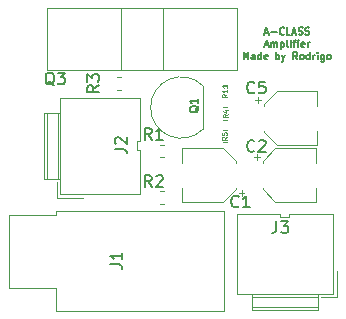
<source format=gbr>
G04 #@! TF.GenerationSoftware,KiCad,Pcbnew,(5.1.0)-1*
G04 #@! TF.CreationDate,2020-12-02T22:17:39+02:00*
G04 #@! TF.ProjectId,Single_transistor_AMP,53696e67-6c65-45f7-9472-616e73697374,V1.0*
G04 #@! TF.SameCoordinates,Original*
G04 #@! TF.FileFunction,Legend,Top*
G04 #@! TF.FilePolarity,Positive*
%FSLAX46Y46*%
G04 Gerber Fmt 4.6, Leading zero omitted, Abs format (unit mm)*
G04 Created by KiCad (PCBNEW (5.1.0)-1) date 2020-12-02 22:17:39*
%MOMM*%
%LPD*%
G04 APERTURE LIST*
%ADD10C,0.150000*%
%ADD11C,0.120000*%
%ADD12C,0.100000*%
%ADD13C,0.075000*%
G04 APERTURE END LIST*
D10*
X118954785Y-111254500D02*
X119240500Y-111254500D01*
X118897642Y-111425928D02*
X119097642Y-110825928D01*
X119297642Y-111425928D01*
X119497642Y-111197357D02*
X119954785Y-111197357D01*
X120583357Y-111368785D02*
X120554785Y-111397357D01*
X120469071Y-111425928D01*
X120411928Y-111425928D01*
X120326214Y-111397357D01*
X120269071Y-111340214D01*
X120240500Y-111283071D01*
X120211928Y-111168785D01*
X120211928Y-111083071D01*
X120240500Y-110968785D01*
X120269071Y-110911642D01*
X120326214Y-110854500D01*
X120411928Y-110825928D01*
X120469071Y-110825928D01*
X120554785Y-110854500D01*
X120583357Y-110883071D01*
X121126214Y-111425928D02*
X120840500Y-111425928D01*
X120840500Y-110825928D01*
X121297642Y-111254500D02*
X121583357Y-111254500D01*
X121240500Y-111425928D02*
X121440500Y-110825928D01*
X121640500Y-111425928D01*
X121811928Y-111397357D02*
X121897642Y-111425928D01*
X122040500Y-111425928D01*
X122097642Y-111397357D01*
X122126214Y-111368785D01*
X122154785Y-111311642D01*
X122154785Y-111254500D01*
X122126214Y-111197357D01*
X122097642Y-111168785D01*
X122040500Y-111140214D01*
X121926214Y-111111642D01*
X121869071Y-111083071D01*
X121840500Y-111054500D01*
X121811928Y-110997357D01*
X121811928Y-110940214D01*
X121840500Y-110883071D01*
X121869071Y-110854500D01*
X121926214Y-110825928D01*
X122069071Y-110825928D01*
X122154785Y-110854500D01*
X122383357Y-111397357D02*
X122469071Y-111425928D01*
X122611928Y-111425928D01*
X122669071Y-111397357D01*
X122697642Y-111368785D01*
X122726214Y-111311642D01*
X122726214Y-111254500D01*
X122697642Y-111197357D01*
X122669071Y-111168785D01*
X122611928Y-111140214D01*
X122497642Y-111111642D01*
X122440500Y-111083071D01*
X122411928Y-111054500D01*
X122383357Y-110997357D01*
X122383357Y-110940214D01*
X122411928Y-110883071D01*
X122440500Y-110854500D01*
X122497642Y-110825928D01*
X122640500Y-110825928D01*
X122726214Y-110854500D01*
X118969071Y-112304500D02*
X119254785Y-112304500D01*
X118911928Y-112475928D02*
X119111928Y-111875928D01*
X119311928Y-112475928D01*
X119511928Y-112475928D02*
X119511928Y-112075928D01*
X119511928Y-112133071D02*
X119540500Y-112104500D01*
X119597642Y-112075928D01*
X119683357Y-112075928D01*
X119740500Y-112104500D01*
X119769071Y-112161642D01*
X119769071Y-112475928D01*
X119769071Y-112161642D02*
X119797642Y-112104500D01*
X119854785Y-112075928D01*
X119940500Y-112075928D01*
X119997642Y-112104500D01*
X120026214Y-112161642D01*
X120026214Y-112475928D01*
X120311928Y-112075928D02*
X120311928Y-112675928D01*
X120311928Y-112104500D02*
X120369071Y-112075928D01*
X120483357Y-112075928D01*
X120540500Y-112104500D01*
X120569071Y-112133071D01*
X120597642Y-112190214D01*
X120597642Y-112361642D01*
X120569071Y-112418785D01*
X120540500Y-112447357D01*
X120483357Y-112475928D01*
X120369071Y-112475928D01*
X120311928Y-112447357D01*
X120940500Y-112475928D02*
X120883357Y-112447357D01*
X120854785Y-112390214D01*
X120854785Y-111875928D01*
X121169071Y-112475928D02*
X121169071Y-112075928D01*
X121169071Y-111875928D02*
X121140500Y-111904500D01*
X121169071Y-111933071D01*
X121197642Y-111904500D01*
X121169071Y-111875928D01*
X121169071Y-111933071D01*
X121369071Y-112075928D02*
X121597642Y-112075928D01*
X121454785Y-112475928D02*
X121454785Y-111961642D01*
X121483357Y-111904500D01*
X121540500Y-111875928D01*
X121597642Y-111875928D01*
X121797642Y-112475928D02*
X121797642Y-112075928D01*
X121797642Y-111875928D02*
X121769071Y-111904500D01*
X121797642Y-111933071D01*
X121826214Y-111904500D01*
X121797642Y-111875928D01*
X121797642Y-111933071D01*
X122311928Y-112447357D02*
X122254785Y-112475928D01*
X122140500Y-112475928D01*
X122083357Y-112447357D01*
X122054785Y-112390214D01*
X122054785Y-112161642D01*
X122083357Y-112104500D01*
X122140500Y-112075928D01*
X122254785Y-112075928D01*
X122311928Y-112104500D01*
X122340500Y-112161642D01*
X122340500Y-112218785D01*
X122054785Y-112275928D01*
X122597642Y-112475928D02*
X122597642Y-112075928D01*
X122597642Y-112190214D02*
X122626214Y-112133071D01*
X122654785Y-112104500D01*
X122711928Y-112075928D01*
X122769071Y-112075928D01*
X117169071Y-113525928D02*
X117169071Y-112925928D01*
X117369071Y-113354500D01*
X117569071Y-112925928D01*
X117569071Y-113525928D01*
X118111928Y-113525928D02*
X118111928Y-113211642D01*
X118083357Y-113154500D01*
X118026214Y-113125928D01*
X117911928Y-113125928D01*
X117854785Y-113154500D01*
X118111928Y-113497357D02*
X118054785Y-113525928D01*
X117911928Y-113525928D01*
X117854785Y-113497357D01*
X117826214Y-113440214D01*
X117826214Y-113383071D01*
X117854785Y-113325928D01*
X117911928Y-113297357D01*
X118054785Y-113297357D01*
X118111928Y-113268785D01*
X118654785Y-113525928D02*
X118654785Y-112925928D01*
X118654785Y-113497357D02*
X118597642Y-113525928D01*
X118483357Y-113525928D01*
X118426214Y-113497357D01*
X118397642Y-113468785D01*
X118369071Y-113411642D01*
X118369071Y-113240214D01*
X118397642Y-113183071D01*
X118426214Y-113154500D01*
X118483357Y-113125928D01*
X118597642Y-113125928D01*
X118654785Y-113154500D01*
X119169071Y-113497357D02*
X119111928Y-113525928D01*
X118997642Y-113525928D01*
X118940500Y-113497357D01*
X118911928Y-113440214D01*
X118911928Y-113211642D01*
X118940500Y-113154500D01*
X118997642Y-113125928D01*
X119111928Y-113125928D01*
X119169071Y-113154500D01*
X119197642Y-113211642D01*
X119197642Y-113268785D01*
X118911928Y-113325928D01*
X119911928Y-113525928D02*
X119911928Y-112925928D01*
X119911928Y-113154500D02*
X119969071Y-113125928D01*
X120083357Y-113125928D01*
X120140500Y-113154500D01*
X120169071Y-113183071D01*
X120197642Y-113240214D01*
X120197642Y-113411642D01*
X120169071Y-113468785D01*
X120140500Y-113497357D01*
X120083357Y-113525928D01*
X119969071Y-113525928D01*
X119911928Y-113497357D01*
X120397642Y-113125928D02*
X120540500Y-113525928D01*
X120683357Y-113125928D02*
X120540500Y-113525928D01*
X120483357Y-113668785D01*
X120454785Y-113697357D01*
X120397642Y-113725928D01*
X121711928Y-113525928D02*
X121511928Y-113240214D01*
X121369071Y-113525928D02*
X121369071Y-112925928D01*
X121597642Y-112925928D01*
X121654785Y-112954500D01*
X121683357Y-112983071D01*
X121711928Y-113040214D01*
X121711928Y-113125928D01*
X121683357Y-113183071D01*
X121654785Y-113211642D01*
X121597642Y-113240214D01*
X121369071Y-113240214D01*
X122054785Y-113525928D02*
X121997642Y-113497357D01*
X121969071Y-113468785D01*
X121940500Y-113411642D01*
X121940500Y-113240214D01*
X121969071Y-113183071D01*
X121997642Y-113154500D01*
X122054785Y-113125928D01*
X122140500Y-113125928D01*
X122197642Y-113154500D01*
X122226214Y-113183071D01*
X122254785Y-113240214D01*
X122254785Y-113411642D01*
X122226214Y-113468785D01*
X122197642Y-113497357D01*
X122140500Y-113525928D01*
X122054785Y-113525928D01*
X122769071Y-113525928D02*
X122769071Y-112925928D01*
X122769071Y-113497357D02*
X122711928Y-113525928D01*
X122597642Y-113525928D01*
X122540500Y-113497357D01*
X122511928Y-113468785D01*
X122483357Y-113411642D01*
X122483357Y-113240214D01*
X122511928Y-113183071D01*
X122540500Y-113154500D01*
X122597642Y-113125928D01*
X122711928Y-113125928D01*
X122769071Y-113154500D01*
X123054785Y-113525928D02*
X123054785Y-113125928D01*
X123054785Y-113240214D02*
X123083357Y-113183071D01*
X123111928Y-113154500D01*
X123169071Y-113125928D01*
X123226214Y-113125928D01*
X123426214Y-113525928D02*
X123426214Y-113125928D01*
X123426214Y-112925928D02*
X123397642Y-112954500D01*
X123426214Y-112983071D01*
X123454785Y-112954500D01*
X123426214Y-112925928D01*
X123426214Y-112983071D01*
X123969071Y-113125928D02*
X123969071Y-113611642D01*
X123940500Y-113668785D01*
X123911928Y-113697357D01*
X123854785Y-113725928D01*
X123769071Y-113725928D01*
X123711928Y-113697357D01*
X123969071Y-113497357D02*
X123911928Y-113525928D01*
X123797642Y-113525928D01*
X123740500Y-113497357D01*
X123711928Y-113468785D01*
X123683357Y-113411642D01*
X123683357Y-113240214D01*
X123711928Y-113183071D01*
X123740500Y-113154500D01*
X123797642Y-113125928D01*
X123911928Y-113125928D01*
X123969071Y-113154500D01*
X124340500Y-113525928D02*
X124283357Y-113497357D01*
X124254785Y-113468785D01*
X124226214Y-113411642D01*
X124226214Y-113240214D01*
X124254785Y-113183071D01*
X124283357Y-113154500D01*
X124340500Y-113125928D01*
X124426214Y-113125928D01*
X124483357Y-113154500D01*
X124511928Y-113183071D01*
X124540500Y-113240214D01*
X124540500Y-113411642D01*
X124511928Y-113468785D01*
X124483357Y-113497357D01*
X124426214Y-113525928D01*
X124340500Y-113525928D01*
D11*
X115732779Y-115695000D02*
X115407221Y-115695000D01*
X115732779Y-116715000D02*
X115407221Y-116715000D01*
X115732779Y-119505000D02*
X115407221Y-119505000D01*
X115732779Y-120525000D02*
X115407221Y-120525000D01*
X115407221Y-118620000D02*
X115732779Y-118620000D01*
X115407221Y-117600000D02*
X115732779Y-117600000D01*
X106453721Y-116080000D02*
X106779279Y-116080000D01*
X106453721Y-115060000D02*
X106779279Y-115060000D01*
X110398779Y-124712000D02*
X110073221Y-124712000D01*
X110398779Y-125732000D02*
X110073221Y-125732000D01*
X110073221Y-121795000D02*
X110398779Y-121795000D01*
X110073221Y-120775000D02*
X110398779Y-120775000D01*
X110379000Y-109182000D02*
X110379000Y-114453000D01*
X106770000Y-109182000D02*
X106770000Y-114453000D01*
X116644000Y-109182000D02*
X116644000Y-114453000D01*
X100504000Y-109182000D02*
X100504000Y-114453000D01*
X100504000Y-114453000D02*
X116644000Y-114453000D01*
X100504000Y-109182000D02*
X116644000Y-109182000D01*
X113725478Y-115763522D02*
G75*
G03X109287000Y-117602000I-1838478J-1838478D01*
G01*
X113725478Y-119440478D02*
G75*
G02X109287000Y-117602000I-1838478J1838478D01*
G01*
X113737000Y-119402000D02*
X113737000Y-115802000D01*
X116585000Y-126615000D02*
X116585000Y-131445000D01*
X124715000Y-131445000D02*
X124715000Y-126615000D01*
X124715000Y-133355000D02*
X116585000Y-133355000D01*
X123445000Y-133355000D02*
X123445000Y-134745000D01*
X117855000Y-133355000D02*
X117855000Y-134745000D01*
X123445000Y-134745000D02*
X117855000Y-134745000D01*
X124715000Y-133355000D02*
X124715000Y-131445000D01*
X116585000Y-133355000D02*
X116585000Y-131445000D01*
X123445000Y-134495000D02*
X117855000Y-134495000D01*
X123445000Y-133605000D02*
X117855000Y-133605000D01*
X120265000Y-126875000D02*
X120265000Y-126615000D01*
X121035000Y-126875000D02*
X120265000Y-126875000D01*
X121035000Y-126615000D02*
X121035000Y-126875000D01*
X121035000Y-126615000D02*
X124715000Y-126615000D01*
X120265000Y-126615000D02*
X116585000Y-126615000D01*
X123755000Y-133645000D02*
X125055000Y-133645000D01*
X125055000Y-133645000D02*
X125055000Y-131445000D01*
X101296000Y-132903000D02*
X97296000Y-132903000D01*
X101296000Y-134803000D02*
X101296000Y-132903000D01*
X115536000Y-134803000D02*
X101296000Y-134803000D01*
X115536000Y-126363000D02*
X115536000Y-134803000D01*
X101296000Y-126363000D02*
X115536000Y-126363000D01*
X101296000Y-126663000D02*
X101296000Y-126363000D01*
X97296000Y-126663000D02*
X101296000Y-126663000D01*
X97296000Y-132903000D02*
X97296000Y-126663000D01*
X118408000Y-116681000D02*
X118408000Y-117181000D01*
X118158000Y-116931000D02*
X118658000Y-116931000D01*
X118898000Y-119686563D02*
X119962437Y-120751000D01*
X118898000Y-117295437D02*
X119962437Y-116231000D01*
X118898000Y-117295437D02*
X118898000Y-117431000D01*
X118898000Y-119686563D02*
X118898000Y-119551000D01*
X119962437Y-120751000D02*
X123418000Y-120751000D01*
X119962437Y-116231000D02*
X123418000Y-116231000D01*
X123418000Y-116231000D02*
X123418000Y-117431000D01*
X123418000Y-120751000D02*
X123418000Y-119551000D01*
X118281000Y-121507000D02*
X118281000Y-122007000D01*
X118031000Y-121757000D02*
X118531000Y-121757000D01*
X118771000Y-124512563D02*
X119835437Y-125577000D01*
X118771000Y-122121437D02*
X119835437Y-121057000D01*
X118771000Y-122121437D02*
X118771000Y-122257000D01*
X118771000Y-124512563D02*
X118771000Y-124377000D01*
X119835437Y-125577000D02*
X123291000Y-125577000D01*
X119835437Y-121057000D02*
X123291000Y-121057000D01*
X123291000Y-121057000D02*
X123291000Y-122257000D01*
X123291000Y-125577000D02*
X123291000Y-124377000D01*
X116986500Y-125127000D02*
X116986500Y-124627000D01*
X117236500Y-124877000D02*
X116736500Y-124877000D01*
X116496500Y-122121437D02*
X115432063Y-121057000D01*
X116496500Y-124512563D02*
X115432063Y-125577000D01*
X116496500Y-124512563D02*
X116496500Y-124377000D01*
X116496500Y-122121437D02*
X116496500Y-122257000D01*
X115432063Y-121057000D02*
X111976500Y-121057000D01*
X115432063Y-125577000D02*
X111976500Y-125577000D01*
X111976500Y-125577000D02*
X111976500Y-124377000D01*
X111976500Y-121057000D02*
X111976500Y-122257000D01*
X101368500Y-125245500D02*
X103568500Y-125245500D01*
X101368500Y-123945500D02*
X101368500Y-125245500D01*
X108398500Y-120455500D02*
X108398500Y-116775500D01*
X108398500Y-121225500D02*
X108398500Y-124905500D01*
X108398500Y-121225500D02*
X108138500Y-121225500D01*
X108138500Y-121225500D02*
X108138500Y-120455500D01*
X108138500Y-120455500D02*
X108398500Y-120455500D01*
X101408500Y-123635500D02*
X101408500Y-118045500D01*
X100518500Y-123635500D02*
X100518500Y-118045500D01*
X101658500Y-116775500D02*
X103568500Y-116775500D01*
X101658500Y-124905500D02*
X103568500Y-124905500D01*
X100268500Y-123635500D02*
X100268500Y-118045500D01*
X101658500Y-118045500D02*
X100268500Y-118045500D01*
X101658500Y-123635500D02*
X100268500Y-123635500D01*
X101658500Y-124905500D02*
X101658500Y-116775500D01*
X103568500Y-124905500D02*
X108398500Y-124905500D01*
X108398500Y-116775500D02*
X103568500Y-116775500D01*
D12*
X115750952Y-116462142D02*
X115560476Y-116595476D01*
X115750952Y-116690714D02*
X115350952Y-116690714D01*
X115350952Y-116538333D01*
X115370000Y-116500238D01*
X115389047Y-116481190D01*
X115427142Y-116462142D01*
X115484285Y-116462142D01*
X115522380Y-116481190D01*
X115541428Y-116500238D01*
X115560476Y-116538333D01*
X115560476Y-116690714D01*
X115750952Y-116081190D02*
X115750952Y-116309761D01*
X115750952Y-116195476D02*
X115350952Y-116195476D01*
X115408095Y-116233571D01*
X115446190Y-116271666D01*
X115465238Y-116309761D01*
X115750952Y-115700238D02*
X115750952Y-115928809D01*
X115750952Y-115814523D02*
X115350952Y-115814523D01*
X115408095Y-115852619D01*
X115446190Y-115890714D01*
X115465238Y-115928809D01*
D13*
X115750952Y-120081666D02*
X115560476Y-120215000D01*
X115750952Y-120310238D02*
X115350952Y-120310238D01*
X115350952Y-120157857D01*
X115370000Y-120119761D01*
X115389047Y-120100714D01*
X115427142Y-120081666D01*
X115484285Y-120081666D01*
X115522380Y-120100714D01*
X115541428Y-120119761D01*
X115560476Y-120157857D01*
X115560476Y-120310238D01*
X115350952Y-119719761D02*
X115350952Y-119910238D01*
X115541428Y-119929285D01*
X115522380Y-119910238D01*
X115503333Y-119872142D01*
X115503333Y-119776904D01*
X115522380Y-119738809D01*
X115541428Y-119719761D01*
X115579523Y-119700714D01*
X115674761Y-119700714D01*
X115712857Y-119719761D01*
X115731904Y-119738809D01*
X115750952Y-119776904D01*
X115750952Y-119872142D01*
X115731904Y-119910238D01*
X115712857Y-119929285D01*
D12*
X115814452Y-118176666D02*
X115623976Y-118310000D01*
X115814452Y-118405238D02*
X115414452Y-118405238D01*
X115414452Y-118252857D01*
X115433500Y-118214761D01*
X115452547Y-118195714D01*
X115490642Y-118176666D01*
X115547785Y-118176666D01*
X115585880Y-118195714D01*
X115604928Y-118214761D01*
X115623976Y-118252857D01*
X115623976Y-118405238D01*
X115547785Y-117833809D02*
X115814452Y-117833809D01*
X115395404Y-117929047D02*
X115681119Y-118024285D01*
X115681119Y-117776666D01*
D10*
X104909880Y-115736666D02*
X104433690Y-116070000D01*
X104909880Y-116308095D02*
X103909880Y-116308095D01*
X103909880Y-115927142D01*
X103957500Y-115831904D01*
X104005119Y-115784285D01*
X104100357Y-115736666D01*
X104243214Y-115736666D01*
X104338452Y-115784285D01*
X104386071Y-115831904D01*
X104433690Y-115927142D01*
X104433690Y-116308095D01*
X103909880Y-115403333D02*
X103909880Y-114784285D01*
X104290833Y-115117619D01*
X104290833Y-114974761D01*
X104338452Y-114879523D01*
X104386071Y-114831904D01*
X104481309Y-114784285D01*
X104719404Y-114784285D01*
X104814642Y-114831904D01*
X104862261Y-114879523D01*
X104909880Y-114974761D01*
X104909880Y-115260476D01*
X104862261Y-115355714D01*
X104814642Y-115403333D01*
X109370833Y-124340880D02*
X109037500Y-123864690D01*
X108799404Y-124340880D02*
X108799404Y-123340880D01*
X109180357Y-123340880D01*
X109275595Y-123388500D01*
X109323214Y-123436119D01*
X109370833Y-123531357D01*
X109370833Y-123674214D01*
X109323214Y-123769452D01*
X109275595Y-123817071D01*
X109180357Y-123864690D01*
X108799404Y-123864690D01*
X109751785Y-123436119D02*
X109799404Y-123388500D01*
X109894642Y-123340880D01*
X110132738Y-123340880D01*
X110227976Y-123388500D01*
X110275595Y-123436119D01*
X110323214Y-123531357D01*
X110323214Y-123626595D01*
X110275595Y-123769452D01*
X109704166Y-124340880D01*
X110323214Y-124340880D01*
X109370833Y-120340380D02*
X109037500Y-119864190D01*
X108799404Y-120340380D02*
X108799404Y-119340380D01*
X109180357Y-119340380D01*
X109275595Y-119388000D01*
X109323214Y-119435619D01*
X109370833Y-119530857D01*
X109370833Y-119673714D01*
X109323214Y-119768952D01*
X109275595Y-119816571D01*
X109180357Y-119864190D01*
X108799404Y-119864190D01*
X110323214Y-120340380D02*
X109751785Y-120340380D01*
X110037500Y-120340380D02*
X110037500Y-119340380D01*
X109942261Y-119483238D01*
X109847023Y-119578476D01*
X109751785Y-119626095D01*
X101123761Y-115736619D02*
X101028523Y-115689000D01*
X100933285Y-115593761D01*
X100790428Y-115450904D01*
X100695190Y-115403285D01*
X100599952Y-115403285D01*
X100647571Y-115641380D02*
X100552333Y-115593761D01*
X100457095Y-115498523D01*
X100409476Y-115308047D01*
X100409476Y-114974714D01*
X100457095Y-114784238D01*
X100552333Y-114689000D01*
X100647571Y-114641380D01*
X100838047Y-114641380D01*
X100933285Y-114689000D01*
X101028523Y-114784238D01*
X101076142Y-114974714D01*
X101076142Y-115308047D01*
X101028523Y-115498523D01*
X100933285Y-115593761D01*
X100838047Y-115641380D01*
X100647571Y-115641380D01*
X101409476Y-114641380D02*
X102028523Y-114641380D01*
X101695190Y-115022333D01*
X101838047Y-115022333D01*
X101933285Y-115069952D01*
X101980904Y-115117571D01*
X102028523Y-115212809D01*
X102028523Y-115450904D01*
X101980904Y-115546142D01*
X101933285Y-115593761D01*
X101838047Y-115641380D01*
X101552333Y-115641380D01*
X101457095Y-115593761D01*
X101409476Y-115546142D01*
X113349833Y-117478166D02*
X113316500Y-117544833D01*
X113249833Y-117611500D01*
X113149833Y-117711500D01*
X113116500Y-117778166D01*
X113116500Y-117844833D01*
X113283166Y-117811500D02*
X113249833Y-117878166D01*
X113183166Y-117944833D01*
X113049833Y-117978166D01*
X112816500Y-117978166D01*
X112683166Y-117944833D01*
X112616500Y-117878166D01*
X112583166Y-117811500D01*
X112583166Y-117678166D01*
X112616500Y-117611500D01*
X112683166Y-117544833D01*
X112816500Y-117511500D01*
X113049833Y-117511500D01*
X113183166Y-117544833D01*
X113249833Y-117611500D01*
X113283166Y-117678166D01*
X113283166Y-117811500D01*
X113283166Y-116844833D02*
X113283166Y-117244833D01*
X113283166Y-117044833D02*
X112583166Y-117044833D01*
X112683166Y-117111500D01*
X112749833Y-117178166D01*
X112783166Y-117244833D01*
X119935666Y-127214380D02*
X119935666Y-127928666D01*
X119888047Y-128071523D01*
X119792809Y-128166761D01*
X119649952Y-128214380D01*
X119554714Y-128214380D01*
X120316619Y-127214380D02*
X120935666Y-127214380D01*
X120602333Y-127595333D01*
X120745190Y-127595333D01*
X120840428Y-127642952D01*
X120888047Y-127690571D01*
X120935666Y-127785809D01*
X120935666Y-128023904D01*
X120888047Y-128119142D01*
X120840428Y-128166761D01*
X120745190Y-128214380D01*
X120459476Y-128214380D01*
X120364238Y-128166761D01*
X120316619Y-128119142D01*
X105878380Y-130889333D02*
X106592666Y-130889333D01*
X106735523Y-130936952D01*
X106830761Y-131032190D01*
X106878380Y-131175047D01*
X106878380Y-131270285D01*
X106878380Y-129889333D02*
X106878380Y-130460761D01*
X106878380Y-130175047D02*
X105878380Y-130175047D01*
X106021238Y-130270285D01*
X106116476Y-130365523D01*
X106164095Y-130460761D01*
X118070333Y-116308142D02*
X118022714Y-116355761D01*
X117879857Y-116403380D01*
X117784619Y-116403380D01*
X117641761Y-116355761D01*
X117546523Y-116260523D01*
X117498904Y-116165285D01*
X117451285Y-115974809D01*
X117451285Y-115831952D01*
X117498904Y-115641476D01*
X117546523Y-115546238D01*
X117641761Y-115451000D01*
X117784619Y-115403380D01*
X117879857Y-115403380D01*
X118022714Y-115451000D01*
X118070333Y-115498619D01*
X118975095Y-115403380D02*
X118498904Y-115403380D01*
X118451285Y-115879571D01*
X118498904Y-115831952D01*
X118594142Y-115784333D01*
X118832238Y-115784333D01*
X118927476Y-115831952D01*
X118975095Y-115879571D01*
X119022714Y-115974809D01*
X119022714Y-116212904D01*
X118975095Y-116308142D01*
X118927476Y-116355761D01*
X118832238Y-116403380D01*
X118594142Y-116403380D01*
X118498904Y-116355761D01*
X118451285Y-116308142D01*
X118070333Y-121261142D02*
X118022714Y-121308761D01*
X117879857Y-121356380D01*
X117784619Y-121356380D01*
X117641761Y-121308761D01*
X117546523Y-121213523D01*
X117498904Y-121118285D01*
X117451285Y-120927809D01*
X117451285Y-120784952D01*
X117498904Y-120594476D01*
X117546523Y-120499238D01*
X117641761Y-120404000D01*
X117784619Y-120356380D01*
X117879857Y-120356380D01*
X118022714Y-120404000D01*
X118070333Y-120451619D01*
X118451285Y-120451619D02*
X118498904Y-120404000D01*
X118594142Y-120356380D01*
X118832238Y-120356380D01*
X118927476Y-120404000D01*
X118975095Y-120451619D01*
X119022714Y-120546857D01*
X119022714Y-120642095D01*
X118975095Y-120784952D01*
X118403666Y-121356380D01*
X119022714Y-121356380D01*
X116736833Y-125960142D02*
X116689214Y-126007761D01*
X116546357Y-126055380D01*
X116451119Y-126055380D01*
X116308261Y-126007761D01*
X116213023Y-125912523D01*
X116165404Y-125817285D01*
X116117785Y-125626809D01*
X116117785Y-125483952D01*
X116165404Y-125293476D01*
X116213023Y-125198238D01*
X116308261Y-125103000D01*
X116451119Y-125055380D01*
X116546357Y-125055380D01*
X116689214Y-125103000D01*
X116736833Y-125150619D01*
X117689214Y-126055380D02*
X117117785Y-126055380D01*
X117403500Y-126055380D02*
X117403500Y-125055380D01*
X117308261Y-125198238D01*
X117213023Y-125293476D01*
X117117785Y-125341095D01*
X106259380Y-121110333D02*
X106973666Y-121110333D01*
X107116523Y-121157952D01*
X107211761Y-121253190D01*
X107259380Y-121396047D01*
X107259380Y-121491285D01*
X106354619Y-120681761D02*
X106307000Y-120634142D01*
X106259380Y-120538904D01*
X106259380Y-120300809D01*
X106307000Y-120205571D01*
X106354619Y-120157952D01*
X106449857Y-120110333D01*
X106545095Y-120110333D01*
X106687952Y-120157952D01*
X107259380Y-120729380D01*
X107259380Y-120110333D01*
M02*

</source>
